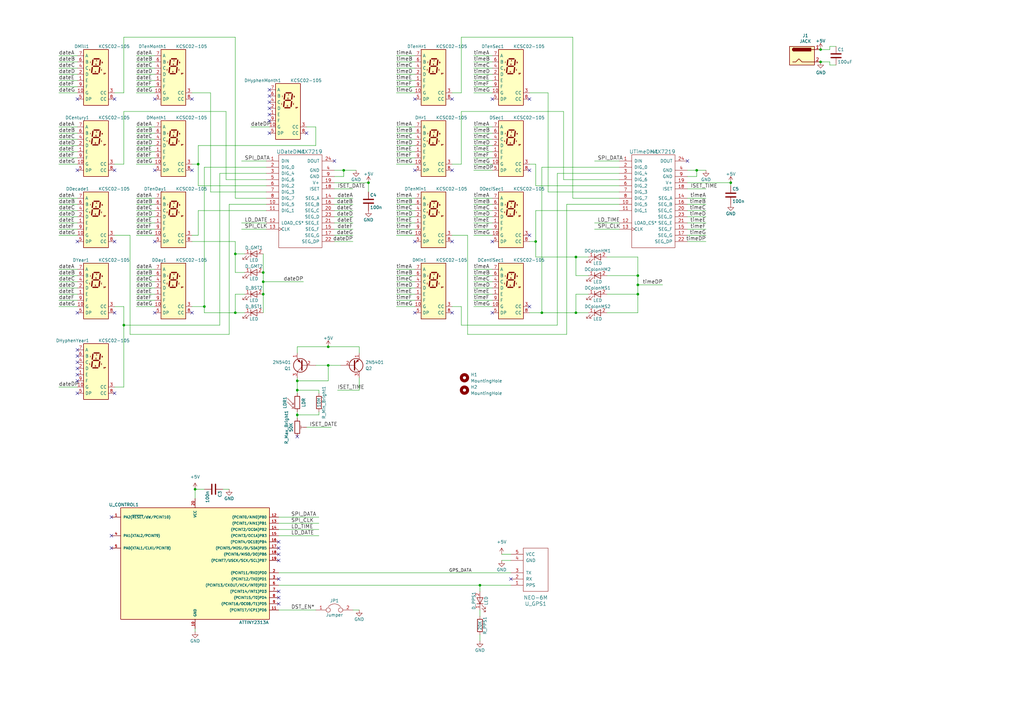
<source format=kicad_sch>
(kicad_sch (version 20231120) (generator "eeschema") (generator_version "8.0")
  (paper "A3")
  (junction (at 336.55 25.4))
  (junction (at 107.95 120.65))
  (junction (at 121.92 170.18))
  (junction (at 261.62 120.65))
  (junction (at 196.85 240.03))
  (junction (at 96.52 104.14))
  (junction (at 151.13 74.93))
  (junction (at 80.01 200.66))
  (junction (at 121.92 160.02))
  (junction (at 107.95 115.57))
  (junction (at 336.55 20.32))
  (junction (at 219.71 99.06))
  (junction (at 222.25 128.27))
  (junction (at 134.62 142.24))
  (junction (at 236.22 128.27))
  (junction (at 50.8 133.35))
  (junction (at 140.97 69.85))
  (junction (at 96.52 128.27))
  (junction (at 134.62 149.86))
  (junction (at 261.62 116.84))
  (junction (at 107.95 111.76))
  (junction (at 285.75 69.85))
  (junction (at 83.82 125.73))
  (junction (at 236.22 105.41))
  (junction (at 261.62 113.03))
  (junction (at 81.28 67.31))
  (junction (at 121.92 156.21))
  (junction (at 299.72 74.93))
  (no_connect (at 45.72 224.79))
  (no_connect (at 63.5 128.27))
  (no_connect (at 110.49 39.37))
  (no_connect (at 31.75 40.64))
  (no_connect (at 217.17 96.52))
  (no_connect (at 46.99 99.06))
  (no_connect (at 125.73 54.61))
  (no_connect (at 46.99 128.27))
  (no_connect (at 31.75 128.27))
  (no_connect (at 78.74 69.85))
  (no_connect (at 217.17 125.73))
  (no_connect (at 63.5 99.06))
  (no_connect (at 114.3 242.57))
  (no_connect (at 185.42 128.27))
  (no_connect (at 110.49 54.61))
  (no_connect (at 217.17 69.85))
  (no_connect (at 114.3 229.87))
  (no_connect (at 31.75 69.85))
  (no_connect (at 45.72 212.09))
  (no_connect (at 185.42 40.64))
  (no_connect (at 31.75 143.51))
  (no_connect (at 110.49 44.45))
  (no_connect (at 114.3 247.65))
  (no_connect (at 281.94 66.04))
  (no_connect (at 185.42 99.06))
  (no_connect (at 201.93 128.27))
  (no_connect (at 78.74 40.64))
  (no_connect (at 201.93 99.06))
  (no_connect (at 170.18 99.06))
  (no_connect (at 78.74 128.27))
  (no_connect (at 114.3 237.49))
  (no_connect (at 114.3 227.33))
  (no_connect (at 114.3 245.11))
  (no_connect (at 31.75 148.59))
  (no_connect (at 31.75 151.13))
  (no_connect (at 63.5 69.85))
  (no_connect (at 121.92 179.07))
  (no_connect (at 31.75 99.06))
  (no_connect (at 110.49 46.99))
  (no_connect (at 63.5 40.64))
  (no_connect (at 137.16 66.04))
  (no_connect (at 31.75 146.05))
  (no_connect (at 46.99 69.85))
  (no_connect (at 217.17 40.64))
  (no_connect (at 31.75 156.21))
  (no_connect (at 110.49 49.53))
  (no_connect (at 46.99 40.64))
  (no_connect (at 114.3 224.79))
  (no_connect (at 170.18 69.85))
  (no_connect (at 45.72 219.71))
  (no_connect (at 31.75 153.67))
  (no_connect (at 114.3 222.25))
  (no_connect (at 110.49 41.91))
  (no_connect (at 31.75 161.29))
  (no_connect (at 209.55 237.49))
  (no_connect (at 201.93 40.64))
  (no_connect (at 185.42 69.85))
  (no_connect (at 110.49 36.83))
  (no_connect (at 46.99 161.29))
  (no_connect (at 170.18 128.27))
  (no_connect (at 170.18 40.64))
  (wire (pts (xy 241.3 113.03) (xy 236.22 113.03)))
  (wire (pts (xy 31.75 57.15) (xy 24.13 57.15)))
  (wire (pts (xy 170.18 115.57) (xy 162.56 115.57)))
  (wire (pts (xy 31.75 91.44) (xy 24.13 91.44)))
  (wire (pts (xy 134.62 149.86) (xy 139.7 149.86)))
  (wire (pts (xy 261.62 116.84) (xy 261.62 120.65)))
  (wire (pts (xy 137.16 83.82) (xy 144.78 83.82)))
  (wire (pts (xy 201.93 93.98) (xy 194.31 93.98)))
  (wire (pts (xy 63.5 115.57) (xy 55.88 115.57)))
  (wire (pts (xy 93.98 83.82) (xy 109.22 83.82)))
  (wire (pts (xy 109.22 66.04) (xy 99.06 66.04)))
  (wire (pts (xy 31.75 118.11) (xy 24.13 118.11)))
  (wire (pts (xy 209.55 240.03) (xy 196.85 240.03)))
  (wire (pts (xy 121.92 168.91) (xy 121.92 170.18)))
  (wire (pts (xy 248.92 105.41) (xy 261.62 105.41)))
  (wire (pts (xy 201.93 113.03) (xy 194.31 113.03)))
  (wire (pts (xy 109.22 93.98) (xy 99.06 93.98)))
  (wire (pts (xy 201.93 22.86) (xy 194.31 22.86)))
  (wire (pts (xy 201.93 91.44) (xy 194.31 91.44)))
  (wire (pts (xy 140.97 72.39) (xy 140.97 69.85)))
  (wire (pts (xy 285.75 72.39) (xy 285.75 69.85)))
  (wire (pts (xy 189.23 133.35) (xy 228.6 133.35)))
  (wire (pts (xy 78.74 125.73) (xy 83.82 125.73)))
  (wire (pts (xy 81.28 86.36) (xy 81.28 96.52)))
  (wire (pts (xy 201.93 33.02) (xy 194.31 33.02)))
  (wire (pts (xy 170.18 64.77) (xy 162.56 64.77)))
  (wire (pts (xy 86.36 78.74) (xy 109.22 78.74)))
  (wire (pts (xy 109.22 86.36) (xy 81.28 86.36)))
  (wire (pts (xy 129.54 52.07) (xy 129.54 59.69)))
  (wire (pts (xy 114.3 212.09) (xy 130.81 212.09)))
  (wire (pts (xy 31.75 33.02) (xy 24.13 33.02)))
  (wire (pts (xy 31.75 93.98) (xy 24.13 93.98)))
  (wire (pts (xy 90.17 133.35) (xy 90.17 71.12)))
  (wire (pts (xy 170.18 33.02) (xy 162.56 33.02)))
  (wire (pts (xy 261.62 105.41) (xy 261.62 113.03)))
  (wire (pts (xy 191.77 96.52) (xy 191.77 137.16)))
  (wire (pts (xy 81.28 67.31) (xy 81.28 76.2)))
  (wire (pts (xy 63.5 64.77) (xy 55.88 64.77)))
  (wire (pts (xy 201.93 52.07) (xy 194.31 52.07)))
  (wire (pts (xy 110.49 52.07) (xy 102.87 52.07)))
  (wire (pts (xy 50.8 133.35) (xy 50.8 158.75)))
  (wire (pts (xy 63.5 120.65) (xy 55.88 120.65)))
  (wire (pts (xy 241.3 120.65) (xy 236.22 120.65)))
  (wire (pts (xy 201.93 64.77) (xy 194.31 64.77)))
  (wire (pts (xy 170.18 86.36) (xy 162.56 86.36)))
  (wire (pts (xy 63.5 125.73) (xy 55.88 125.73)))
  (wire (pts (xy 201.93 59.69) (xy 194.31 59.69)))
  (wire (pts (xy 96.52 81.28) (xy 96.52 15.24)))
  (wire (pts (xy 114.3 219.71) (xy 130.81 219.71)))
  (wire (pts (xy 170.18 30.48) (xy 162.56 30.48)))
  (wire (pts (xy 281.94 83.82) (xy 289.56 83.82)))
  (wire (pts (xy 170.18 67.31) (xy 162.56 67.31)))
  (wire (pts (xy 340.36 20.32) (xy 340.36 19.05)))
  (wire (pts (xy 170.18 113.03) (xy 162.56 113.03)))
  (wire (pts (xy 254 86.36) (xy 219.71 86.36)))
  (wire (pts (xy 125.73 52.07) (xy 129.54 52.07)))
  (wire (pts (xy 170.18 62.23) (xy 162.56 62.23)))
  (wire (pts (xy 50.8 125.73) (xy 46.99 125.73)))
  (wire (pts (xy 31.75 54.61) (xy 24.13 54.61)))
  (wire (pts (xy 217.17 67.31) (xy 219.71 67.31)))
  (wire (pts (xy 281.94 86.36) (xy 289.56 86.36)))
  (wire (pts (xy 170.18 123.19) (xy 162.56 123.19)))
  (wire (pts (xy 201.93 35.56) (xy 194.31 35.56)))
  (wire (pts (xy 31.75 38.1) (xy 24.13 38.1)))
  (wire (pts (xy 63.5 54.61) (xy 55.88 54.61)))
  (wire (pts (xy 170.18 118.11) (xy 162.56 118.11)))
  (wire (pts (xy 31.75 62.23) (xy 24.13 62.23)))
  (wire (pts (xy 31.75 52.07) (xy 24.13 52.07)))
  (wire (pts (xy 92.71 45.72) (xy 50.8 45.72)))
  (wire (pts (xy 201.93 30.48) (xy 194.31 30.48)))
  (wire (pts (xy 121.92 156.21) (xy 121.92 160.02)))
  (wire (pts (xy 31.75 67.31) (xy 24.13 67.31)))
  (wire (pts (xy 134.62 156.21) (xy 134.62 149.86)))
  (wire (pts (xy 63.5 91.44) (xy 55.88 91.44)))
  (wire (pts (xy 170.18 57.15) (xy 162.56 57.15)))
  (wire (pts (xy 63.5 96.52) (xy 55.88 96.52)))
  (wire (pts (xy 107.95 115.57) (xy 107.95 111.76)))
  (wire (pts (xy 50.8 133.35) (xy 90.17 133.35)))
  (wire (pts (xy 63.5 35.56) (xy 55.88 35.56)))
  (wire (pts (xy 31.75 113.03) (xy 24.13 113.03)))
  (wire (pts (xy 170.18 125.73) (xy 162.56 125.73)))
  (wire (pts (xy 281.94 74.93) (xy 299.72 74.93)))
  (wire (pts (xy 63.5 33.02) (xy 55.88 33.02)))
  (wire (pts (xy 170.18 54.61) (xy 162.56 54.61)))
  (wire (pts (xy 31.75 25.4) (xy 24.13 25.4)))
  (wire (pts (xy 201.93 120.65) (xy 194.31 120.65)))
  (wire (pts (xy 31.75 115.57) (xy 24.13 115.57)))
  (wire (pts (xy 170.18 35.56) (xy 162.56 35.56)))
  (wire (pts (xy 281.94 99.06) (xy 289.56 99.06)))
  (wire (pts (xy 31.75 81.28) (xy 24.13 81.28)))
  (wire (pts (xy 63.5 81.28) (xy 55.88 81.28)))
  (wire (pts (xy 63.5 67.31) (xy 55.88 67.31)))
  (wire (pts (xy 53.34 96.52) (xy 46.99 96.52)))
  (wire (pts (xy 46.99 67.31) (xy 50.8 67.31)))
  (wire (pts (xy 261.62 113.03) (xy 261.62 116.84)))
  (wire (pts (xy 248.92 120.65) (xy 261.62 120.65)))
  (wire (pts (xy 201.93 27.94) (xy 194.31 27.94)))
  (wire (pts (xy 121.92 142.24) (xy 134.62 142.24)))
  (wire (pts (xy 236.22 105.41) (xy 241.3 105.41)))
  (wire (pts (xy 31.75 64.77) (xy 24.13 64.77)))
  (wire (pts (xy 201.93 38.1) (xy 194.31 38.1)))
  (wire (pts (xy 254 66.04) (xy 243.84 66.04)))
  (wire (pts (xy 137.16 88.9) (xy 144.78 88.9)))
  (wire (pts (xy 81.28 76.2) (xy 109.22 76.2)))
  (wire (pts (xy 191.77 137.16) (xy 232.41 137.16)))
  (wire (pts (xy 201.93 81.28) (xy 194.31 81.28)))
  (wire (pts (xy 254 68.58) (xy 222.25 68.58)))
  (wire (pts (xy 46.99 38.1) (xy 50.8 38.1)))
  (wire (pts (xy 130.81 170.18) (xy 121.92 170.18)))
  (wire (pts (xy 201.93 83.82) (xy 194.31 83.82)))
  (wire (pts (xy 83.82 68.58) (xy 83.82 125.73)))
  (wire (pts (xy 281.94 72.39) (xy 285.75 72.39)))
  (wire (pts (xy 129.54 149.86) (xy 134.62 149.86)))
  (wire (pts (xy 222.25 68.58) (xy 222.25 128.27)))
  (wire (pts (xy 231.14 45.72) (xy 189.23 45.72)))
  (wire (pts (xy 114.3 214.63) (xy 130.81 214.63)))
  (wire (pts (xy 130.81 160.02) (xy 121.92 160.02)))
  (wire (pts (xy 63.5 52.07) (xy 55.88 52.07)))
  (wire (pts (xy 137.16 81.28) (xy 144.78 81.28)))
  (wire (pts (xy 114.3 217.17) (xy 130.81 217.17)))
  (wire (pts (xy 196.85 240.03) (xy 114.3 240.03)))
  (wire (pts (xy 281.94 91.44) (xy 289.56 91.44)))
  (wire (pts (xy 121.92 160.02) (xy 121.92 161.29)))
  (wire (pts (xy 83.82 200.66) (xy 80.01 200.66)))
  (wire (pts (xy 137.16 69.85) (xy 140.97 69.85)))
  (wire (pts (xy 201.93 54.61) (xy 194.31 54.61)))
  (wire (pts (xy 340.36 26.67) (xy 342.9 26.67)))
  (wire (pts (xy 201.93 110.49) (xy 194.31 110.49)))
  (wire (pts (xy 63.5 93.98) (xy 55.88 93.98)))
  (wire (pts (xy 109.22 81.28) (xy 96.52 81.28)))
  (wire (pts (xy 201.93 96.52) (xy 194.31 96.52)))
  (wire (pts (xy 63.5 30.48) (xy 55.88 30.48)))
  (wire (pts (xy 170.18 83.82) (xy 162.56 83.82)))
  (wire (pts (xy 189.23 125.73) (xy 189.23 133.35)))
  (wire (pts (xy 201.93 125.73) (xy 194.31 125.73)))
  (wire (pts (xy 248.92 113.03) (xy 261.62 113.03)))
  (wire (pts (xy 31.75 96.52) (xy 24.13 96.52)))
  (wire (pts (xy 209.55 229.87) (xy 205.74 229.87)))
  (wire (pts (xy 31.75 22.86) (xy 24.13 22.86)))
  (wire (pts (xy 129.54 59.69) (xy 81.28 59.69)))
  (wire (pts (xy 63.5 118.11) (xy 55.88 118.11)))
  (wire (pts (xy 147.32 154.94) (xy 147.32 160.02)))
  (wire (pts (xy 121.92 154.94) (xy 121.92 156.21)))
  (wire (pts (xy 31.75 59.69) (xy 24.13 59.69)))
  (wire (pts (xy 137.16 93.98) (xy 144.78 93.98)))
  (wire (pts (xy 109.22 73.66) (xy 92.71 73.66)))
  (wire (pts (xy 125.73 175.26) (xy 135.89 175.26)))
  (wire (pts (xy 219.71 86.36) (xy 219.71 99.06)))
  (wire (pts (xy 78.74 99.06) (xy 96.52 99.06)))
  (wire (pts (xy 281.94 88.9) (xy 289.56 88.9)))
  (wire (pts (xy 121.92 144.78) (xy 121.92 142.24)))
  (wire (pts (xy 63.5 123.19) (xy 55.88 123.19)))
  (wire (pts (xy 299.72 74.93) (xy 299.72 76.2)))
  (wire (pts (xy 130.81 161.29) (xy 130.81 160.02)))
  (wire (pts (xy 189.23 15.24) (xy 189.23 38.1)))
  (wire (pts (xy 170.18 91.44) (xy 162.56 91.44)))
  (wire (pts (xy 147.32 160.02) (xy 138.43 160.02)))
  (wire (pts (xy 201.93 62.23) (xy 194.31 62.23)))
  (wire (pts (xy 140.97 69.85) (xy 146.05 69.85)))
  (wire (pts (xy 281.94 69.85) (xy 285.75 69.85)))
  (wire (pts (xy 217.17 128.27) (xy 222.25 128.27)))
  (wire (pts (xy 201.93 69.85) (xy 194.31 69.85)))
  (wire (pts (xy 96.52 128.27) (xy 100.33 128.27)))
  (wire (pts (xy 196.85 260.35) (xy 196.85 262.89)))
  (wire (pts (xy 170.18 25.4) (xy 162.56 25.4)))
  (wire (pts (xy 96.52 15.24) (xy 50.8 15.24)))
  (wire (pts (xy 170.18 93.98) (xy 162.56 93.98)))
  (wire (pts (xy 170.18 81.28) (xy 162.56 81.28)))
  (wire (pts (xy 83.82 128.27) (xy 96.52 128.27)))
  (wire (pts (xy 191.77 96.52) (xy 185.42 96.52)))
  (wire (pts (xy 170.18 88.9) (xy 162.56 88.9)))
  (wire (pts (xy 137.16 96.52) (xy 144.78 96.52)))
  (wire (pts (xy 185.42 38.1) (xy 189.23 38.1)))
  (wire (pts (xy 232.41 137.16) (xy 232.41 83.82)))
  (wire (pts (xy 228.6 71.12) (xy 254 71.12)))
  (wire (pts (xy 224.79 78.74) (xy 254 78.74)))
  (wire (pts (xy 217.17 38.1) (xy 224.79 38.1)))
  (wire (pts (xy 31.75 88.9) (xy 24.13 88.9)))
  (wire (pts (xy 151.13 78.74) (xy 151.13 74.93)))
  (wire (pts (xy 63.5 57.15) (xy 55.88 57.15)))
  (wire (pts (xy 281.94 81.28) (xy 289.56 81.28)))
  (wire (pts (xy 63.5 22.86) (xy 55.88 22.86)))
  (wire (pts (xy 81.28 59.69) (xy 81.28 67.31)))
  (wire (pts (xy 219.71 67.31) (xy 219.71 76.2)))
  (wire (pts (xy 340.36 19.05) (xy 342.9 19.05)))
  (wire (pts (xy 196.85 250.19) (xy 196.85 252.73)))
  (wire (pts (xy 63.5 113.03) (xy 55.88 113.03)))
  (wire (pts (xy 78.74 67.31) (xy 81.28 67.31)))
  (wire (pts (xy 50.8 45.72) (xy 50.8 67.31)))
  (wire (pts (xy 219.71 105.41) (xy 236.22 105.41)))
  (wire (pts (xy 31.75 158.75) (xy 24.13 158.75)))
  (wire (pts (xy 63.5 59.69) (xy 55.88 59.69)))
  (wire (pts (xy 130.81 168.91) (xy 130.81 170.18)))
  (wire (pts (xy 234.95 81.28) (xy 234.95 15.24)))
  (wire (pts (xy 121.92 170.18) (xy 121.92 171.45)))
  (wire (pts (xy 50.8 125.73) (xy 50.8 133.35)))
  (wire (pts (xy 124.46 115.57) (xy 107.95 115.57)))
  (wire (pts (xy 340.36 25.4) (xy 340.36 26.67)))
  (wire (pts (xy 137.16 99.06) (xy 144.78 99.06)))
  (wire (pts (xy 261.62 128.27) (xy 248.92 128.27)))
  (wire (pts (xy 189.23 45.72) (xy 189.23 67.31)))
  (wire (pts (xy 107.95 120.65) (xy 107.95 115.57)))
  (wire (pts (xy 201.93 88.9) (xy 194.31 88.9)))
  (wire (pts (xy 336.55 25.4) (xy 340.36 25.4)))
  (wire (pts (xy 201.93 118.11) (xy 194.31 118.11)))
  (wire (pts (xy 109.22 68.58) (xy 83.82 68.58)))
  (wire (pts (xy 144.78 250.19) (xy 147.32 250.19)))
  (wire (pts (xy 281.94 96.52) (xy 289.56 96.52)))
  (wire (pts (xy 196.85 240.03) (xy 196.85 242.57)))
  (wire (pts (xy 170.18 27.94) (xy 162.56 27.94)))
  (wire (pts (xy 86.36 38.1) (xy 86.36 78.74)))
  (wire (pts (xy 170.18 110.49) (xy 162.56 110.49)))
  (wire (pts (xy 93.98 137.16) (xy 93.98 83.82)))
  (wire (pts (xy 222.25 128.27) (xy 236.22 128.27)))
  (wire (pts (xy 219.71 99.06) (xy 219.71 105.41)))
  (wire (pts (xy 31.75 123.19) (xy 24.13 123.19)))
  (wire (pts (xy 170.18 38.1) (xy 162.56 38.1)))
  (wire (pts (xy 90.17 71.12) (xy 109.22 71.12)))
  (wire (pts (xy 201.93 25.4) (xy 194.31 25.4)))
  (wire (pts (xy 93.98 200.66) (xy 91.44 200.66)))
  (wire (pts (xy 31.75 83.82) (xy 24.13 83.82)))
  (wire (pts (xy 107.95 120.65) (xy 107.95 128.27)))
  (wire (pts (xy 285.75 69.85) (xy 289.56 69.85)))
  (wire (pts (xy 53.34 137.16) (xy 93.98 137.16)))
  (wire (pts (xy 201.93 123.19) (xy 194.31 123.19)))
  (wire (pts (xy 137.16 72.39) (xy 140.97 72.39)))
  (wire (pts (xy 336.55 20.32) (xy 340.36 20.32)))
  (wire (pts (xy 137.16 77.47) (xy 144.78 77.47)))
  (wire (pts (xy 63.5 62.23) (xy 55.88 62.23)))
  (wire (pts (xy 53.34 96.52) (xy 53.34 137.16)))
  (wire (pts (xy 170.18 52.07) (xy 162.56 52.07)))
  (wire (pts (xy 31.75 120.65) (xy 24.13 120.65)))
  (wire (pts (xy 236.22 113.03) (xy 236.22 105.41)))
  (wire (pts (xy 228.6 133.35) (xy 228.6 71.12)))
  (wire (pts (xy 137.16 91.44) (xy 144.78 91.44)))
  (wire (pts (xy 63.5 110.49) (xy 55.88 110.49)))
  (wire (pts (xy 96.52 120.65) (xy 100.33 120.65)))
  (wire (pts (xy 107.95 104.14) (xy 107.95 111.76)))
  (wire (pts (xy 201.93 86.36) (xy 194.31 86.36)))
  (wire (pts (xy 31.75 110.49) (xy 24.13 110.49)))
  (wire (pts (xy 96.52 99.06) (xy 96.52 104.14)))
  (wire (pts (xy 281.94 77.47) (xy 289.56 77.47)))
  (wire (pts (xy 109.22 91.44) (xy 99.06 91.44)))
  (wire (pts (xy 224.79 38.1) (xy 224.79 78.74)))
  (wire (pts (xy 78.74 38.1) (xy 86.36 38.1)))
  (wire (pts (xy 63.5 88.9) (xy 55.88 88.9)))
  (wire (pts (xy 80.01 200.66) (xy 80.01 204.47)))
  (wire (pts (xy 129.54 250.19) (xy 114.3 250.19)))
  (wire (pts (xy 201.93 115.57) (xy 194.31 115.57)))
  (wire (pts (xy 63.5 83.82) (xy 55.88 83.82)))
  (wire (pts (xy 170.18 120.65) (xy 162.56 120.65)))
  (wire (pts (xy 31.75 27.94) (xy 24.13 27.94)))
  (wire (pts (xy 121.92 156.21) (xy 134.62 156.21)))
  (wire (pts (xy 63.5 27.94) (xy 55.88 27.94)))
  (wire (pts (xy 151.13 74.93) (xy 137.16 74.93)))
  (wire (pts (xy 170.18 59.69) (xy 162.56 59.69)))
  (wire (pts (xy 63.5 38.1) (xy 55.88 38.1)))
  (wire (pts (xy 261.62 120.65) (xy 261.62 128.27)))
  (wire (pts (xy 134.62 142.24) (xy 147.32 142.24)))
  (wire (pts (xy 96.52 104.14) (xy 100.33 104.14)))
  (wire (pts (xy 231.14 73.66) (xy 231.14 45.72)))
  (wire (pts (xy 50.8 15.24) (xy 50.8 38.1)))
  (wire (pts (xy 261.62 116.84) (xy 271.78 116.84)))
  (wire (pts (xy 31.75 30.48) (xy 24.13 30.48)))
  (wire (pts (xy 201.93 57.15) (xy 194.31 57.15)))
  (wire (pts (xy 232.41 83.82) (xy 254 83.82)))
  (wire (pts (xy 63.5 86.36) (xy 55.88 86.36)))
  (wire (pts (xy 281.94 93.98) (xy 289.56 93.98)))
  (wire (pts (xy 92.71 73.66) (xy 92.71 45.72)))
  (wire (pts (xy 254 91.44) (xy 243.84 91.44)))
  (wire (pts (xy 254 73.66) (xy 231.14 73.66)))
  (wire (pts (xy 219.71 76.2) (xy 254 76.2)))
  (wire (pts (xy 96.52 111.76) (xy 100.33 111.76)))
  (wire (pts (xy 236.22 120.65) (xy 236.22 128.27)))
  (wire (pts (xy 254 81.28) (xy 234.95 81.28)))
  (wire (pts (xy 170.18 22.86) (xy 162.56 22.86)))
  (wire (pts (xy 31.75 125.73) (xy 24.13 125.73)))
  (wire (pts (xy 137.16 86.36) (xy 144.78 86.36)))
  (wire (pts (xy 96.52 104.14) (xy 96.52 111.76)))
  (wire (pts (xy 63.5 25.4) (xy 55.88 25.4)))
  (wire (pts (xy 209.55 234.95) (xy 114.3 234.95)))
  (wire (pts (xy 234.95 15.24) (xy 189.23 15.24)))
  (wire (pts (xy 201.93 67.31) (xy 194.31 67.31)))
  (wire (pts (xy 185.42 67.31) (xy 189.23 67.31)))
  (wire (pts (xy 80.01 257.81) (xy 80.01 259.08)))
  (wire (pts (xy 96.52 128.27) (xy 96.52 120.65)))
  (wire (pts (xy 31.75 86.36) (xy 24.13 86.36)))
  (wire (pts (xy 83.82 125.73) (xy 83.82 128.27)))
  (wire (pts (xy 254 93.98) (xy 243.84 93.98)))
  (wire (pts (xy 170.18 96.52) (xy 162.56 96.52)))
  (wire (pts (xy 189.23 125.73) (xy 185.42 125.73)))
  (wire (pts (xy 236.22 128.27) (xy 241.3 128.27)))
  (wire (pts (xy 50.8 158.75) (xy 46.99 158.75)))
  (wire (pts (xy 205.74 227.33) (xy 209.55 227.33)))
  (wire (pts (xy 31.75 35.56) (xy 24.13 35.56)))
  (wire (pts (xy 147.32 142.24) (xy 147.32 144.78)))
  (wire (pts (xy 78.74 96.52) (xy 81.28 96.52)))
  (wire (pts (xy 219.71 99.06) (xy 217.17 99.06)))
  (label "dateA" (at 24.13 81.28 0) (effects (font (size 1.524 1.524))))
  (label "timeG" (at 162.56 67.31 0) (effects (font (size 1.524 1.524))))
  (label "SPI_CLK" (at 119.38 214.63 0) (effects (font (size 1.524 1.524))))
  (label "dateA" (at 24.13 110.49 0) (effects (font (size 1.524 1.524))))
  (label "dateE" (at 24.13 120.65 0) (effects (font (size 1.524 1.524))))
  (label "timeC" (at 162.56 27.94 0) (effects (font (size 1.524 1.524))))
  (label "dateF" (at 55.88 64.77 0) (effects (font (size 1.524 1.524))))
  (label "ISET_DATE" (at 127 175.26 0) (effects (font (size 1.524 1.524))))
  (label "timeE" (at 162.56 91.44 0) (effects (font (size 1.524 1.524))))
  (label "timeF" (at 289.56 93.98 180) (effects (font (size 1.524 1.524))))
  (label "dateG" (at 55.88 125.73 0) (effects (font (size 1.524 1.524))))
  (label "dateDP" (at 24.13 158.75 0) (effects (font (size 1.524 1.524))))
  (label "timeD" (at 162.56 88.9 0) (effects (font (size 1.524 1.524))))
  (label "dateE" (at 24.13 33.02 0) (effects (font (size 1.524 1.524))))
  (label "dateC" (at 55.88 86.36 0) (effects (font (size 1.524 1.524))))
  (label "SPI_CLK" (at 100.33 93.98 0) (effects (font (size 1.524 1.524))))
  (label "dateF" (at 55.88 35.56 0) (effects (font (size 1.524 1.524))))
  (label "dateDP" (at 144.78 99.06 180) (effects (font (size 1.524 1.524))))
  (label "timeC" (at 194.31 57.15 0) (effects (font (size 1.524 1.524))))
  (label "timeB" (at 162.56 25.4 0) (effects (font (size 1.524 1.524))))
  (label "dateD" (at 24.13 88.9 0) (effects (font (size 1.524 1.524))))
  (label "dateD" (at 55.88 30.48 0) (effects (font (size 1.524 1.524))))
  (label "timeF" (at 194.31 64.77 0) (effects (font (size 1.524 1.524))))
  (label "SPI_CLK" (at 245.11 93.98 0) (effects (font (size 1.524 1.524))))
  (label "dateG" (at 24.13 125.73 0) (effects (font (size 1.524 1.524))))
  (label "dateF" (at 24.13 123.19 0) (effects (font (size 1.524 1.524))))
  (label "dateA" (at 24.13 52.07 0) (effects (font (size 1.524 1.524))))
  (label "timeG" (at 194.31 96.52 0) (effects (font (size 1.524 1.524))))
  (label "dateG" (at 55.88 38.1 0) (effects (font (size 1.524 1.524))))
  (label "timeE" (at 194.31 120.65 0) (effects (font (size 1.524 1.524))))
  (label "dateB" (at 24.13 113.03 0) (effects (font (size 1.524 1.524))))
  (label "dateD" (at 144.78 88.9 180) (effects (font (size 1.524 1.524))))
  (label "timeA" (at 194.31 52.07 0) (effects (font (size 1.524 1.524))))
  (label "timeG" (at 162.56 38.1 0) (effects (font (size 1.524 1.524))))
  (label "timeA" (at 194.31 22.86 0) (effects (font (size 1.524 1.524))))
  (label "dateC" (at 144.78 86.36 180) (effects (font (size 1.524 1.524))))
  (label "timeB" (at 162.56 113.03 0) (effects (font (size 1.524 1.524))))
  (label "timeF" (at 194.31 123.19 0) (effects (font (size 1.524 1.524))))
  (label "dateD" (at 24.13 30.48 0) (effects (font (size 1.524 1.524))))
  (label "timeA" (at 162.56 110.49 0) (effects (font (size 1.524 1.524))))
  (label "timeG" (at 162.56 125.73 0) (effects (font (size 1.524 1.524))))
  (label "dateF" (at 24.13 93.98 0) (effects (font (size 1.524 1.524))))
  (label "GPS_DATA" (at 184.15 234.95 0))
  (label "ISET_TIME" (at 138.43 160.02 0) (effects (font (size 1.524 1.524))))
  (label "dateB" (at 24.13 54.61 0) (effects (font (size 1.524 1.524))))
  (label "timeA" (at 289.56 81.28 180) (effects (font (size 1.524 1.524))))
  (label "timeB" (at 194.31 83.82 0) (effects (font (size 1.524 1.524))))
  (label "dateG" (at 24.13 38.1 0) (effects (font (size 1.524 1.524))))
  (label "timeD" (at 194.31 118.11 0) (effects (font (size 1.524 1.524))))
  (label "timeDP" (at 289.56 99.06 180) (effects (font (size 1.524 1.524))))
  (label "ISET_TIME" (at 283.21 77.47 0) (effects (font (size 1.524 1.524))))
  (label "dateE" (at 24.13 91.44 0) (effects (font (size 1.524 1.524))))
  (label "dateF" (at 24.13 64.77 0) (effects (font (size 1.524 1.524))))
  (label "dateB" (at 55.88 113.03 0) (effects (font (size 1.524 1.524))))
  (label "timeD" (at 162.56 59.69 0) (effects (font (size 1.524 1.524))))
  (label "timeD" (at 162.56 118.11 0) (effects (font (size 1.524 1.524))))
  (label "timeG" (at 194.31 67.31 0) (effects (font (size 1.524 1.524))))
  (label "timeD" (at 194.31 88.9 0) (effects (font (size 1.524 1.524))))
  (label "dateC" (at 55.88 27.94 0) (effects (font (size 1.524 1.524))))
  (label "timeF" (at 162.56 64.77 0) (effects (font (size 1.524 1.524))))
  (label "timeG" (at 194.31 38.1 0) (effects (font (size 1.524 1.524))))
  (label "LD_TIME" (at 245.11 91.44 0) (effects (font (size 1.524 1.524))))
  (label "dateD" (at 55.88 118.11 0) (effects (font (size 1.524 1.524))))
  (label "timeD" (at 289.56 88.9 180) (effects (font (size 1.524 1.524))))
  (label "dateG" (at 24.13 96.52 0) (effects (font (size 1.524 1.524))))
  (label "SPI_DATA" (at 119.38 212.09 0) (effects (font (size 1.524 1.524))))
  (label "dateD" (at 24.13 118.11 0) (effects (font (size 1.524 1.524))))
  (label "dateB" (at 24.13 25.4 0) (effects (font (size 1.524 1.524))))
  (label "dateDP" (at 124.46 115.57 180) (effects (font (size 1.524 1.524))))
  (label "timeA" (at 194.31 81.28 0) (effects (font (size 1.524 1.524))))
  (label "dateE" (at 55.88 62.23 0) (effects (font (size 1.524 1.524))))
  (label "dateE" (at 55.88 120.65 0) (effects (font (size 1.524 1.524))))
  (label "LD_DATE" (at 119.38 219.71 0) (effects (font (size 1.524 1.524))))
  (label "timeDP" (at 194.31 69.85 0) (effects (font (size 1.524 1.524))))
  (label "timeC" (at 162.56 57.15 0) (effects (font (size 1.524 1.524))))
  (label "dateB" (at 24.13 83.82 0) (effects (font (size 1.524 1.524))))
  (label "timeC" (at 194.31 86.36 0) (effects (font (size 1.524 1.524))))
  (label "timeE" (at 194.31 91.44 0) (effects (font (size 1.524 1.524))))
  (label "timeE" (at 289.56 91.44 180) (effects (font (size 1.524 1.524))))
  (label "dateA" (at 55.88 81.28 0) (effects (font (size 1.524 1.524))))
  (label "timeD" (at 162.56 30.48 0) (effects (font (size 1.524 1.524))))
  (label "timeC" (at 289.56 86.36 180) (effects (font (size 1.524 1.524))))
  (label "timeB" (at 194.31 113.03 0) (effects (font (size 1.524 1.524))))
  (label "timeF" (at 162.56 123.19 0) (effects (font (size 1.524 1.524))))
  (label "dateG" (at 55.88 96.52 0) (effects (font (size 1.524 1.524))))
  (label "dateE" (at 24.13 62.23 0) (effects (font (size 1.524 1.524))))
  (label "dateB" (at 55.88 25.4 0) (effects (font (size 1.524 1.524))))
  (label "timeB" (at 194.31 54.61 0) (effects (font (size 1.524 1.524))))
  (label "SPI_DATA" (at 100.33 66.04 0) (effects (font (size 1.524 1.524))))
  (label "timeE" (at 162.56 120.65 0) (effects (font (size 1.524 1.524))))
  (label "ISET_DATE" (at 138.43 77.47 0) (effects (font (size 1.524 1.524))))
  (label "dateC" (at 24.13 86.36 0) (effects (font (size 1.524 1.524))))
  (label "timeE" (at 194.31 33.02 0) (effects (font (size 1.524 1.524))))
  (label "timeA" (at 162.56 81.28 0) (effects (font (size 1.524 1.524))))
  (label "dateB" (at 55.88 83.82 0) (effects (font (size 1.524 1.524))))
  (label "dateF" (at 144.78 93.98 180) (effects (font (size 1.524 1.524))))
  (label "timeE" (at 162.56 62.23 0) (effects (font (size 1.524 1.524))))
  (label "dateC" (at 24.13 27.94 0) (effects (font (size 1.524 1.524))))
  (label "dateC" (at 24.13 57.15 0) (effects (font (size 1.524 1.524))))
  (label "timeB" (at 289.56 83.82 180) (effects (font (size 1.524 1.524))))
  (label "LD_TIME" (at 119.38 217.17 0) (effects (font (size 1.524 1.524))))
  (label "DST_EN*" (at 119.38 250.19 0) (effects (font (size 1.524 1.524))))
  (label "timeA" (at 162.56 52.07 0) (effects (font (size 1.524 1.524))))
  (label "timeB" (at 162.56 83.82 0) (effects (font (size 1.524 1.524))))
  (label "dateD" (at 55.88 59.69 0) (effects (font (size 1.524 1.524))))
  (label "dateF" (at 55.88 123.19 0) (effects (font (size 1.524 1.524))))
  (label "timeF" (at 194.31 93.98 0) (effects (font (size 1.524 1.524))))
  (label "dateB" (at 55.88 54.61 0) (effects (font (size 1.524 1.524))))
  (label "timeE" (at 194.31 62.23 0) (effects (font (size 1.524 1.524))))
  (label "dateDP" (at 102.87 52.07 0) (effects (font (size 1.524 1.524))))
  (label "timeA" (at 162.56 22.86 0) (effects (font (size 1.524 1.524))))
  (label "timeDP" (at 271.78 116.84 180) (effects (font (size 1.524 1.524))))
  (label "timeD" (at 194.31 30.48 0) (effects (font (size 1.524 1.524))))
  (label "dateD" (at 55.88 88.9 0) (effects (font (size 1.524 1.524))))
  (label "timeB" (at 194.31 25.4 0) (effects (font (size 1.524 1.524))))
  (label "dateE" (at 55.88 33.02 0) (effects (font (size 1.524 1.524))))
  (label "timeD" (at 194.31 59.69 0) (effects (font (size 1.524 1.524))))
  (label "timeC" (at 194.31 115.57 0) (effects (font (size 1.524 1.524))))
  (label "dateA" (at 55.88 110.49 0) (effects (font (size 1.524 1.524))))
  (label "dateA" (at 55.88 52.07 0) (effects (font (size 1.524 1.524))))
  (label "dateA" (at 144.78 81.28 180) (effects (font (size 1.524 1.524))))
  (label "LD_DATE" (at 100.33 91.44 0) (effects (font (size 1.524 1.524))))
  (label "dateA" (at 24.13 22.86 0) (effects (font (size 1.524 1.524))))
  (label "dateF" (at 55.88 93.98 0) (effects (font (size 1.524 1.524))))
  (label "timeG" (at 194.31 125.73 0) (effects (font (size 1.524 1.524))))
  (label "dateB" (at 144.78 83.82 180) (effects (font (size 1.524 1.524))))
  (label "timeB" (at 162.56 54.61 0) (effects (font (size 1.524 1.524))))
  (label "timeG" (at 162.56 96.52 0) (effects (font (size 1.524 1.524))))
  (label "timeF" (at 162.56 35.56 0) (effects (font (size 1.524 1.524))))
  (label "timeE" (at 162.56 33.02 0) (effects (font (size 1.524 1.524))))
  (label "dateC" (at 24.13 115.57 0) (effects (font (size 1.524 1.524))))
  (label "dateA" (at 55.88 22.86 0) (effects (font (size 1.524 1.524))))
  (label "timeC" (at 194.31 27.94 0) (effects (font (size 1.524 1.524))))
  (label "dateG" (at 55.88 67.31 0) (effects (font (size 1.524 1.524))))
  (label "dateD" (at 24.13 59.69 0) (effects (font (size 1.524 1.524))))
  (label "dateF" (at 24.13 35.56 0) (effects (font (size 1.524 1.524))))
  (label "dateC" (at 55.88 57.15 0) (effects (font (size 1.524 1.524))))
  (label "dateE" (at 144.78 91.44 180) (effects (font (size 1.524 1.524))))
  (label "dateC" (at 55.88 115.57 0) (effects (font (size 1.524 1.524))))
  (label "dateG" (at 144.78 96.52 180) (effects (font (size 1.524 1.524))))
  (label "dateE" (at 55.88 91.44 0) (effects (font (size 1.524 1.524))))
  (label "timeC" (at 162.56 86.36 0) (effects (font (size 1.524 1.524))))
  (label "timeG" (at 289.56 96.52 180) (effects (font (size 1.524 1.524))))
  (label "timeA" (at 194.31 110.49 0) (effects (font (size 1.524 1.524))))
  (label "timeC" (at 162.56 115.57 0) (effects (font (size 1.524 1.524))))
  (label "SPI_DATA" (at 245.11 66.04 0) (effects (font (size 1.524 1.524))))
  (label "dateG" (at 24.13 67.31 0) (effects (font (size 1.524 1.524))))
  (label "timeF" (at 194.31 35.56 0) (effects (font (size 1.524 1.524))))
  (label "timeF" (at 162.56 93.98 0) (effects (font (size 1.524 1.524))))
  (symbol (lib_id "precision-clock-rescue:KCSC02-105") (at 39.37 30.48 0) (unit 1)
    (property "Reference" "DMill1" (at 36.576 19.05 0) (effects (justify right)))
    (property "Value" "KCSC02-105" (at 40.386 19.05 0) (effects (justify left)))
    (property "Footprint" "precision clock:7seg0.56CC" (effects (hide yes)))
  )
  (symbol (lib_id "precision-clock-rescue:KCSC02-105") (at 39.37 59.69 0) (unit 1)
    (property "Reference" "DCentury1" (at 36.576 48.26 0) (effects (justify right)))
    (property "Value" "KCSC02-105" (at 40.386 48.26 0) (effects (justify left)))
    (property "Footprint" "precision clock:7seg0.56CC" (effects (hide yes)))
  )
  (symbol (lib_id "precision-clock-rescue:KCSC02-105") (at 39.37 88.9 0) (unit 1)
    (property "Reference" "DDecade1" (at 36.576 77.47 0) (effects (justify right)))
    (property "Value" "KCSC02-105" (at 40.386 77.47 0) (effects (justify left)))
    (property "Footprint" "precision clock:7seg0.56CC" (effects (hide yes)))
  )
  (symbol (lib_id "precision-clock-rescue:KCSC02-105") (at 39.37 118.11 0) (unit 1)
    (property "Reference" "DYear1" (at 36.576 106.68 0) (effects (justify right)))
    (property "Value" "KCSC02-105" (at 40.386 106.68 0) (effects (justify left)))
    (property "Footprint" "precision clock:7seg0.56CC" (effects (hide yes)))
  )
  (symbol (lib_id "precision-clock-rescue:KCSC02-105") (at 71.12 30.48 0) (unit 1)
    (property "Reference" "DTenMonth1" (at 68.326 19.05 0) (effects (justify right)))
    (property "Value" "KCSC02-105" (at 72.136 19.05 0) (effects (justify left)))
    (property "Footprint" "precision clock:7seg0.56CC" (effects (hide yes)))
  )
  (symbol (lib_id "precision-clock-rescue:KCSC02-105") (at 71.12 59.69 0) (unit 1)
    (property "Reference" "DMonth1" (at 68.326 48.26 0) (effects (justify right)))
    (property "Value" "KCSC02-105" (at 72.136 48.26 0) (effects (justify left)))
    (property "Footprint" "precision clock:7seg0.56CC" (effects (hide yes)))
  )
  (symbol (lib_id "precision-clock-rescue:KCSC02-105") (at 71.12 88.9 0) (unit 1)
    (property "Reference" "DTenDay1" (at 68.326 77.47 0) (effects (justify right)))
    (property "Value" "KCSC02-105" (at 72.136 77.47 0) (effects (justify left)))
    (property "Footprint" "precision clock:7seg0.56CC" (effects (hide yes)))
  )
  (symbol (lib_id "precision-clock-rescue:KCSC02-105") (at 71.12 118.11 0) (unit 1)
    (property "Reference" "DDay1" (at 68.326 106.68 0) (effects (justify right)))
    (property "Value" "KCSC02-105" (at 72.136 106.68 0) (effects (justify left)))
    (property "Footprint" "precision clock:7seg0.56CC" (effects (hide yes)))
  )
  (symbol (lib_id "precision-clock-rescue:MAX7219") (at 125.73 90.17 0) (unit 1)
    (property "Reference" "UDateDrv1" (at 119.38 62.23 0) (effects (font (size 1.524 1.524))))
    (property "Value" "MAX7219" (at 127 62.23 0) (effects (font (size 1.524 1.524))))
    (property "Footprint" "Package_DIP:DIP-24_W7.62mm" (effects (hide yes)))
  )
  (symbol (lib_id "precision-clock-rescue:KCSC02-105") (at 39.37 151.13 0) (unit 1)
    (property "Reference" "DHyphenYear1" (at 36.576 139.7 0) (effects (justify right)))
    (property "Value" "KCSC02-105" (at 40.386 139.7 0) (effects (justify left)))
    (property "Footprint" "precision clock:7seg0.56CC" (effects (hide yes)))
  )
  (symbol (lib_id "precision-clock-rescue:KCSC02-105") (at 118.11 44.45 0) (unit 1)
    (property "Reference" "DHyphenMonth1" (at 115.316 33.02 0) (effects (justify right)))
    (property "Value" "KCSC02-105" (at 119.126 33.02 0) (effects (justify left)))
    (property "Footprint" "precision clock:7seg0.56CC" (effects (hide yes)))
  )
  (symbol (lib_id "precision-clock-rescue:LED") (at 104.14 104.14 0) (unit 1)
    (property "Reference" "D_GMT1" (at 104.14 101.6 0))
    (property "Value" "LED" (at 104.14 106.68 0))
    (property "Footprint" "LED_SMD:LED_1206_3216Metric" (effects (hide yes)))
  )
  (symbol (lib_id "precision-clock-rescue:LED") (at 104.14 128.27 0) (unit 1)
    (property "Reference" "D_BST1" (at 104.14 125.73 0))
    (property "Value" "LED" (at 104.14 130.81 0))
    (property "Footprint" "LED_SMD:LED_1206_3216Metric" (effects (hide yes)))
  )
  (symbol (lib_id "precision-clock-rescue:KCSC02-105") (at 177.8 30.48 0) (unit 1)
    (property "Reference" "DTenHr1" (at 175.006 19.05 0) (effects (justify right)))
    (property "Value" "KCSC02-105" (at 178.816 19.05 0) (effects (justify left)))
    (property "Footprint" "precision clock:7seg0.56CC" (effects (hide yes)))
  )
  (symbol (lib_id "precision-clock-rescue:KCSC02-105") (at 177.8 59.69 0) (unit 1)
    (property "Reference" "DHr1" (at 175.006 48.26 0) (effects (justify right)))
    (property "Value" "KCSC02-105" (at 178.816 48.26 0) (effects (justify left)))
    (property "Footprint" "precision clock:7seg0.56CC" (effects (hide yes)))
  )
  (symbol (lib_id "precision-clock-rescue:KCSC02-105") (at 177.8 88.9 0) (unit 1)
    (property "Reference" "DTenMin1" (at 175.006 77.47 0) (effects (justify right)))
    (property "Value" "KCSC02-105" (at 178.816 77.47 0) (effects (justify left)))
    (property "Footprint" "precision clock:7seg0.56CC" (effects (hide yes)))
  )
  (symbol (lib_id "precision-clock-rescue:KCSC02-105") (at 177.8 118.11 0) (unit 1)
    (property "Reference" "DMin1" (at 175.006 106.68 0) (effects (justify right)))
    (property "Value" "KCSC02-105" (at 178.816 106.68 0) (effects (justify left)))
    (property "Footprint" "precision clock:7seg0.56CC" (effects (hide yes)))
  )
  (symbol (lib_id "precision-clock-rescue:KCSC02-105") (at 209.55 30.48 0) (unit 1)
    (property "Reference" "DTenSec1" (at 206.756 19.05 0) (effects (justify right)))
    (property "Value" "KCSC02-105" (at 210.566 19.05 0) (effects (justify left)))
    (property "Footprint" "precision clock:7seg0.56CC" (effects (hide yes)))
  )
  (symbol (lib_id "precision-clock-rescue:KCSC02-105") (at 209.55 59.69 0) (unit 1)
    (property "Reference" "DSec1" (at 206.756 48.26 0) (effects (justify right)))
    (property "Value" "KCSC02-105" (at 210.566 48.26 0) (effects (justify left)))
    (property "Footprint" "precision clock:7seg0.56CC" (effects (hide yes)))
  )
  (symbol (lib_id "precision-clock-rescue:KCSC02-105") (at 209.55 88.9 0) (unit 1)
    (property "Reference" "DDeciSec1" (at 206.756 77.47 0) (effects (justify right)))
    (property "Value" "KCSC02-105" (at 210.566 77.47 0) (effects (justify left)))
    (property "Footprint" "precision clock:7seg0.56CC" (effects (hide yes)))
  )
  (symbol (lib_id "precision-clock-rescue:KCSC02-105") (at 209.55 118.11 0) (unit 1)
    (property "Reference" "DCentiSec1" (at 206.756 106.68 0) (effects (justify right)))
    (property "Value" "KCSC02-105" (at 210.566 106.68 0) (effects (justify left)))
    (property "Footprint" "precision clock:7seg0.56CC" (effects (hide yes)))
  )
  (symbol (lib_id "precision-clock-rescue:MAX7219") (at 270.51 90.17 0) (unit 1)
    (property "Reference" "UTimeDrv1" (at 264.16 62.23 0) (effects (font (size 1.524 1.524))))
    (property "Value" "MAX7219" (at 271.78 62.23 0) (effects (font (size 1.524 1.524))))
    (property "Footprint" "Package_DIP:DIP-24_W7.62mm" (effects (hide yes)))
  )
  (symbol (lib_id "precision-clock-rescue:LED") (at 245.11 113.03 0) (unit 1)
    (property "Reference" "DColonHM2" (at 245.11 110.49 0))
    (property "Value" "LED" (at 245.11 115.57 0))
    (property "Footprint" "LED_THT:LED_D3.0mm" (effects (hide yes)))
  )
  (symbol (lib_id "precision-clock-rescue:LED") (at 245.11 120.65 0) (unit 1)
    (property "Reference" "DColonMS1" (at 245.11 118.11 0))
    (property "Value" "LED" (at 245.11 123.19 0))
    (property "Footprint" "LED_THT:LED_D3.0mm" (effects (hide yes)))
  )
  (symbol (lib_id "precision-clock-rescue:LED") (at 245.11 128.27 0) (unit 1)
    (property "Reference" "DColonMS2" (at 245.11 125.73 0))
    (property "Value" "LED" (at 245.11 130.81 0))
    (property "Footprint" "LED_THT:LED_D3.0mm" (effects (hide yes)))
  )
  (symbol (lib_id "precision-clock-rescue:LED") (at 245.11 105.41 0) (unit 1)
    (property "Reference" "DColonHM1" (at 245.11 102.87 0))
    (property "Value" "LED" (at 245.11 107.95 0))
    (property "Footprint" "LED_THT:LED_D3.0mm" (effects (hide yes)))
  )
  (symbol (lib_id "precision-clock-rescue:ATTINY2313A-PU") (at 80.01 232.41 0) (unit 1)
    (property "Reference" "U_CONTROL1" (at 50.8 207.01 0))
    (property "Value" "ATTINY2313A" (at 104.14 255.27 0))
    (property "Footprint" "Package_DIP:DIP-20_W7.62mm" (effects (hide yes)))
  )
  (symbol (lib_id "precision-clock-rescue:GND") (at 289.56 69.85 0) (unit 1)
    (property "Reference" "#PWR0101" (effects (hide yes)))
    (property "Value" "GND" (at 289.56 73.66 0))
  )
  (symbol (lib_id "precision-clock-rescue:GND") (at 146.05 69.85 0) (unit 1)
    (property "Reference" "#PWR0102" (effects (hide yes)))
    (property "Value" "GND" (at 146.05 73.66 0))
  )
  (symbol (lib_id "precision-clock-rescue:C") (at 87.63 200.66 270) (unit 1)
    (property "Reference" "C3" (at 90.17 201.295 0) (effects (justify left)))
    (property "Value" "100n" (at 85.09 201.295 0) (effects (justify left)))
    (property "Footprint" "Capacitor_SMD:C_1206_3216Metric" (effects (hide yes)))
  )
  (symbol (lib_id "precision-clock-rescue:GND") (at 93.98 200.66 0) (unit 1)
    (property "Reference" "#PWR0107" (effects (hide yes)))
    (property "Value" "GND" (at 93.98 204.47 0))
  )
  (symbol (lib_id "precision-clock-rescue:GND") (at 80.01 259.08 0) (unit 1)
    (property "Reference" "#PWR0108" (effects (hide yes)))
    (property "Value" "GND" (at 80.01 262.89 0))
  )
  (symbol (lib_id "precision-clock-rescue:Jumper") (at 137.16 250.19 0) (unit 1)
    (property "Reference" "JP1" (at 137.16 246.38 0))
    (property "Value" "Jumper" (at 137.16 252.222 0))
    (property "Footprint" "Connector_PinHeader_2.54mm:PinHeader_1x02_P2.54mm_Vertical" (effects (hide yes)))
  )
  (symbol (lib_id "precision-clock-rescue:GND") (at 147.32 250.19 0) (unit 1)
    (property "Reference" "#PWR0109" (effects (hide yes)))
    (property "Value" "GND" (at 147.32 254 0))
  )
  (symbol (lib_id "precision-clock-rescue:+5V") (at 151.13 74.93 0) (unit 1)
    (property "Reference" "#PWR0110" (effects (hide yes)))
    (property "Value" "+5V" (at 151.13 71.374 0))
  )
  (symbol (lib_id "precision-clock-rescue:+5V") (at 299.72 74.93 0) (unit 1)
    (property "Reference" "#PWR0111" (effects (hide yes)))
    (property "Value" "+5V" (at 299.72 71.374 0))
  )
  (symbol (lib_id "precision-clock-rescue:Q_PNP_EBC") (at 144.78 149.86 0) (mirror x) (unit 1)
    (property "Reference" "Q2" (at 149.86 151.13 0) (effects (justify left)))
    (property "Value" "2N5401" (at 149.86 148.59 0) (effects (justify left)))
    (property "Footprint" "Package_TO_SOT_THT:TO-92_Inline_Wide" (effects (hide yes)))
  )
  (symbol (lib_id "precision-clock-rescue:Q_PNP_EBC") (at 124.46 149.86 180) (unit 1)
    (property "Reference" "Q1" (at 119.38 151.13 0) (effects (justify left)))
    (property "Value" "2N5401" (at 119.38 148.59 0) (effects (justify left)))
    (property "Footprint" "Package_TO_SOT_THT:TO-92_Inline_Wide" (effects (hide yes)))
  )
  (symbol (lib_id "precision-clock-rescue:+5V") (at 134.62 142.24 0) (unit 1)
    (property "Reference" "#PWR0112" (effects (hide yes)))
    (property "Value" "+5V" (at 134.62 138.684 0))
  )
  (symbol (lib_id "precision-clock-rescue:LDR03") (at 121.92 165.1 0) (unit 1)
    (property "Reference" "LDR1" (at 116.84 165.1 90))
    (property "Value" "LDR" (at 123.825 165.1 90) (effects (justify top)))
    (property "Footprint" "OptoDevice:R_LDR_4.9x4.2mm_P2.54mm_Vertical" (effects (hide yes)))
  )
  (symbol (lib_id "precision-clock-rescue:POT_TRIM") (at 121.92 175.26 0) (unit 1)
    (property "Reference" "R_Max_Bright1" (at 117.475 175.26 90))
    (property "Value" "50K" (at 119.38 175.26 90))
    (property "Footprint" "Potentiometer_THT:Potentiometer_Piher_PT-6-V_Vertical" (effects (hide yes)))
  )
  (symbol (lib_id "precision-clock-rescue:R") (at 130.81 165.1 0) (unit 1)
    (property "Reference" "R_Min_Bright1" (at 132.842 165.1 90))
    (property "Value" "10M" (at 130.81 165.1 90))
    (property "Footprint" "Resistor_THT:R_Axial_DIN0207_L6.3mm_D2.5mm_P7.62mm_Horizontal" (effects (hide yes)))
  )
  (symbol (lib_id "precision-clock-rescue:NEO6MV2") (at 231.14 213.36 0) (mirror x) (unit 1)
    (property "Reference" "U_GPS1" (at 219.71 247.65 0) (effects (font (size 1.524 1.524))))
    (property "Value" "NEO-6M" (at 219.71 245.11 0) (effects (font (size 1.524 1.524))))
    (property "Footprint" "Connector_PinHeader_2.54mm:PinHeader_1x05_P2.54mm_Vertical" (effects (hide yes)))
  )
  (symbol (lib_id "precision-clock-rescue:GND") (at 205.74 229.87 0) (unit 1)
    (property "Reference" "#PWR0113" (effects (hide yes)))
    (property "Value" "GND" (at 205.74 233.68 0))
  )
  (symbol (lib_id "precision-clock-rescue:LED") (at 196.85 246.38 90) (unit 1)
    (property "Reference" "D_PPS1" (at 194.31 246.38 0))
    (property "Value" "LED" (at 199.39 246.38 0))
    (property "Footprint" "LED_SMD:LED_1206_3216Metric" (effects (hide yes)))
  )
  (symbol (lib_id "precision-clock-rescue:R") (at 196.85 256.54 0) (unit 1)
    (property "Reference" "R_PPS1" (at 198.882 256.54 90))
    (property "Value" "20K" (at 196.85 256.54 90))
    (property "Footprint" "Resistor_SMD:R_1206_3216Metric" (effects (hide yes)))
  )
  (symbol (lib_id "precision-clock-rescue:GND") (at 196.85 262.89 0) (unit 1)
    (property "Reference" "#PWR0114" (effects (hide yes)))
    (property "Value" "GND" (at 196.85 266.7 0))
  )
  (symbol (lib_id "precision-clock-rescue:LED") (at 104.14 111.76 0) (unit 1)
    (property "Reference" "D_GMT2" (at 104.14 109.22 0))
    (property "Value" "LED" (at 104.14 114.3 0))
    (property "Footprint" "LED_SMD:LED_1206_3216Metric" (effects (hide yes)))
  )
  (symbol (lib_id "precision-clock-rescue:LED") (at 104.14 120.65 0) (unit 1)
    (property "Reference" "D_BST2" (at 104.14 118.11 0))
    (property "Value" "LED" (at 104.14 123.19 0))
    (property "Footprint" "LED_SMD:LED_1206_3216Metric" (effects (hide yes)))
  )
  (symbol (lib_id "barrel_jack:Barrel_Jack") (at 328.93 22.86 0) (unit 1)
    (property "Reference" "J1" (at 330.327 14.605 0))
    (property "Value" "JACK" (at 330.327 16.9164 0))
    (property "Footprint" "precision clock:BarrelJack_2" (effects (hide yes)))
  )
  (symbol (lib_id "precision clock-rescue:GND-power") (at 336.55 25.4 0) (unit 1)
    (property "Reference" "#PWR0115" (effects (hide yes)))
    (property "Value" "GND" (at 336.677 29.7942 0))
  )
  (symbol (lib_id "precision-clock-rescue:+5V") (at 336.55 20.32 0) (unit 1)
    (property "Reference" "#VDD0101" (effects (hide yes)))
    (property "Value" "+5V" (at 336.55 16.764 0))
  )
  (symbol (lib_id "precision-clock-rescue:C") (at 151.13 82.55 0) (unit 1)
    (property "Reference" "C4" (at 151.765 80.01 0) (effects (justify left)))
    (property "Value" "100n" (at 151.765 85.09 0) (effects (justify left)))
    (property "Footprint" "Capacitor_SMD:C_1206_3216Metric" (effects (hide yes)))
  )
  (symbol (lib_id "precision-clock-rescue:GND") (at 151.13 86.36 0) (unit 1)
    (property "Reference" "#PWR01" (effects (hide yes)))
    (property "Value" "GND" (at 151.13 90.17 0))
  )
  (symbol (lib_id "precision-clock-rescue:C") (at 299.72 80.01 0) (unit 1)
    (property "Reference" "C5" (at 300.355 77.47 0) (effects (justify left)))
    (property "Value" "100n" (at 300.355 82.55 0) (effects (justify left)))
    (property "Footprint" "Capacitor_SMD:C_1206_3216Metric" (effects (hide yes)))
  )
  (symbol (lib_id "precision-clock-rescue:GND") (at 299.72 83.82 0) (unit 1)
    (property "Reference" "#PWR02" (effects (hide yes)))
    (property "Value" "GND" (at 299.72 87.63 0))
  )
  (symbol (lib_id "power:+5V") (at 205.74 227.33 0) (unit 1)
    (property "Reference" "#PWR04" (effects (hide yes)))
    (property "Value" "+5V" (at 205.74 222.25 0))
    (property "Description" "Power symbol creates a global label with name \"+5V\"" (effects (hide yes)))
  )
  (symbol (lib_id "power:+5V") (at 80.01 200.66 0) (unit 1)
    (property "Reference" "#PWR05" (effects (hide yes)))
    (property "Value" "+5V" (at 80.01 195.58 0))
    (property "Description" "Power symbol creates a global label with name \"+5V\"" (effects (hide yes)))
  )
  (symbol (lib_id "precision-clock-rescue:C") (at 342.9 22.86 0) (unit 1)
    (property "Reference" "C1" (at 343.535 20.32 0) (effects (justify left)))
    (property "Value" "100uF" (at 343.535 25.4 0) (effects (justify left)))
    (property "Footprint" "Capacitor_THT:CP_Radial_D5.0mm_P2.50mm" (effects (hide yes)))
  )
  (symbol (lib_id "Mechanical:MountingHole") (at 190.5 160.02 0) (unit 1) (exclude_from_sim yes) (in_bom no)
    (property "Reference" "H2" (at 193.04 158.7499 0) (effects (justify left)))
    (property "Value" "MountingHole" (at 193.04 161.2899 0) (effects (justify left)))
    (property "Footprint" "MountingHole:MountingHole_3mm" (effects (hide yes)))
    (property "Description" "Mounting Hole without connection" (effects (hide yes)))
  )
  (symbol (lib_id "Mechanical:MountingHole") (at 190.5 154.94 0) (unit 1) (exclude_from_sim yes) (in_bom no)
    (property "Reference" "H1" (at 193.04 153.6699 0) (effects (justify left)))
    (property "Value" "MountingHole" (at 193.04 156.2099 0) (effects (justify left)))
    (property "Footprint" "MountingHole:MountingHole_3mm" (effects (hide yes)))
    (property "Description" "Mounting Hole without connection" (effects (hide yes)))
  )
)
</source>
